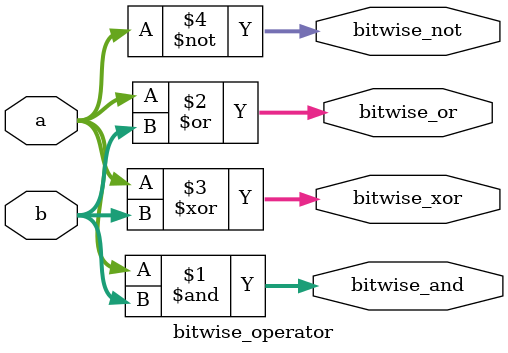
<source format=v>

module bitwise_operator(
	input [3:0]a, b,
	output [3:0]bitwise_and, bitwise_or, bitwise_xor, bitwise_not
);
	assign bitwise_and = a & b;
	assign bitwise_or = a | b;
	assign bitwise_xor = a ^ b;
	assign bitwise_not = ~a;
endmodule

</source>
